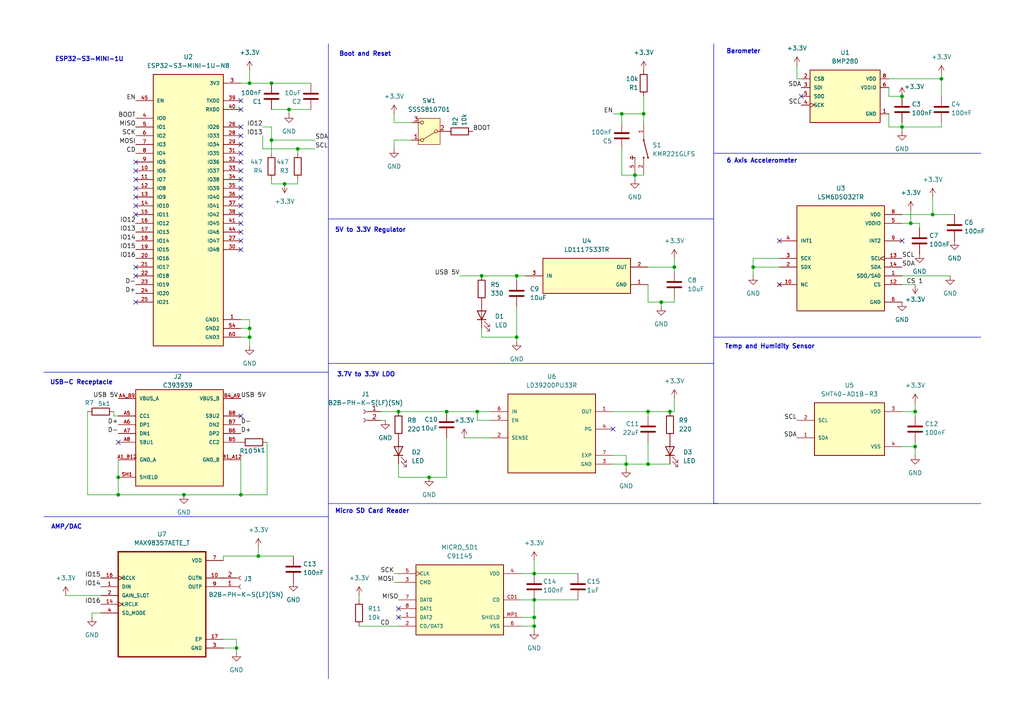
<source format=kicad_sch>
(kicad_sch (version 20250114) (generator "eeschema") (generator_version "9.0")
  (paper "A4")
  (lib_symbols
    (symbol "BMP280:BMP280" (pin_names (offset 1.016))
      (property "Reference" "U" (at -10.1796 7.6347 0))
      (property "Value" "BMP280" (at -10.1693 -10.1693 0))
      (symbol "BMP280_0_0"
        (pin input line (at -12.7 5.08 0) (length 2.54) (name "CSB") (number "2"))
        (pin bidirectional line (at -12.7 2.54 0) (length 2.54) (name "SDI") (number "3"))
        (pin bidirectional line (at -12.7 0 0) (length 2.54) (name "SDO") (number "5"))
        (pin input clock (at -12.7 -2.54 0) (length 2.54) (name "SCK") (number "4"))
        (pin power_in line (at 12.7 5.08 180) (length 2.54) (name "VDD") (number "8"))
        (pin power_in line (at 12.7 2.54 180) (length 2.54) (name "VDDIO") (number "6"))
        (pin power_in line (at 12.7 -5.08 180) (length 2.54) (name "GND") (number "1"))
        (pin power_in line (at 12.7 -5.08 180) (length 2.54) (hide yes) (name "GND") (number "7"))
      )
    )
    (symbol "Connector:Conn_01x02_Socket" (pin_names (offset 1.016) (hide yes))
      (property "Reference" "J" (at 0 2.54 0))
      (property "Value" "Conn_01x02_Socket" (at 0 -5.08 0))
      (symbol "Conn_01x02_Socket_1_1"
        (pin passive line (at -5.08 0 0) (length 3.81) (name "Pin_1") (number "1"))
        (pin passive line (at -5.08 -2.54 0) (length 3.81) (name "Pin_2") (number "2"))
      )
    )
    (symbol "Device:C" (pin_numbers (hide yes)) (pin_names (offset 0.254))
      (property "Reference" "C" (at 0.635 2.54 0))
      (property "Value" "C" (at 0.635 -2.54 0))
      (symbol "C_1_1"
        (pin passive line (at 0 3.81 270) (length 2.794) (name "~") (number "1"))
        (pin passive line (at 0 -3.81 90) (length 2.794) (name "~") (number "2"))
      )
    )
    (symbol "Device:LED" (pin_numbers (hide yes)) (pin_names (offset 1.016) (hide yes))
      (property "Reference" "D" (at 0 2.54 0))
      (property "Value" "LED" (at 0 -2.54 0))
      (symbol "LED_1_1"
        (pin passive line (at -3.81 0 0) (length 2.54) (name "K") (number "1"))
        (pin passive line (at 3.81 0 180) (length 2.54) (name "A") (number "2"))
      )
    )
    (symbol "Device:R" (pin_numbers (hide yes)) (pin_names (offset 0))
      (property "Reference" "R" (at 2.032 0 90))
      (property "Value" "R" (at 0 0 90))
      (symbol "R_1_1"
        (pin passive line (at 0 3.81 270) (length 1.27) (name "~") (number "1"))
        (pin passive line (at 0 -3.81 90) (length 1.27) (name "~") (number "2"))
      )
    )
    (symbol "ESP32-S3-MINI-1U-N8:ESP32-S3-MINI-1U-N8" (pin_names (offset 1.016))
      (property "Reference" "U" (at -10.16 38.862 0))
      (property "Value" "ESP32-S3-MINI-1U-N8" (at -10.16 -43.18 0))
      (symbol "ESP32-S3-MINI-1U-N8_0_0"
        (pin input line (at -15.24 30.48 0) (length 5.08) (name "EN") (number "45"))
        (pin bidirectional line (at -15.24 25.4 0) (length 5.08) (name "IO0") (number "4"))
        (pin bidirectional line (at -15.24 22.86 0) (length 5.08) (name "IO1") (number "5"))
        (pin bidirectional line (at -15.24 20.32 0) (length 5.08) (name "IO2") (number "6"))
        (pin bidirectional line (at -15.24 17.78 0) (length 5.08) (name "IO3") (number "7"))
        (pin bidirectional line (at -15.24 15.24 0) (length 5.08) (name "IO4") (number "8"))
        (pin bidirectional line (at -15.24 12.7 0) (length 5.08) (name "IO5") (number "9"))
        (pin bidirectional line (at -15.24 10.16 0) (length 5.08) (name "IO6") (number "10"))
        (pin bidirectional line (at -15.24 7.62 0) (length 5.08) (name "IO7") (number "11"))
        (pin bidirectional line (at -15.24 5.08 0) (length 5.08) (name "IO8") (number "12"))
        (pin bidirectional line (at -15.24 2.54 0) (length 5.08) (name "IO9") (number "13"))
        (pin bidirectional line (at -15.24 0 0) (length 5.08) (name "IO10") (number "14"))
        (pin bidirectional line (at -15.24 -2.54 0) (length 5.08) (name "IO11") (number "15"))
        (pin bidirectional line (at -15.24 -5.08 0) (length 5.08) (name "IO12") (number "16"))
        (pin bidirectional line (at -15.24 -7.62 0) (length 5.08) (name "IO13") (number "17"))
        (pin bidirectional line (at -15.24 -10.16 0) (length 5.08) (name "IO14") (number "18"))
        (pin bidirectional line (at -15.24 -12.7 0) (length 5.08) (name "IO15") (number "19"))
        (pin bidirectional line (at -15.24 -15.24 0) (length 5.08) (name "IO16") (number "20"))
        (pin bidirectional line (at -15.24 -17.78 0) (length 5.08) (name "IO17") (number "21"))
        (pin bidirectional line (at -15.24 -20.32 0) (length 5.08) (name "IO18") (number "22"))
        (pin bidirectional line (at -15.24 -22.86 0) (length 5.08) (name "IO19") (number "23"))
        (pin bidirectional line (at -15.24 -25.4 0) (length 5.08) (name "IO20") (number "24"))
        (pin bidirectional line (at -15.24 -27.94 0) (length 5.08) (name "IO21") (number "25"))
        (pin power_in line (at 15.24 35.56 180) (length 5.08) (name "3V3") (number "3"))
        (pin bidirectional line (at 15.24 30.48 180) (length 5.08) (name "TXD0") (number "39"))
        (pin bidirectional line (at 15.24 27.94 180) (length 5.08) (name "RXD0") (number "40"))
        (pin bidirectional line (at 15.24 22.86 180) (length 5.08) (name "IO26") (number "26"))
        (pin bidirectional line (at 15.24 20.32 180) (length 5.08) (name "IO33") (number "28"))
        (pin bidirectional line (at 15.24 17.78 180) (length 5.08) (name "IO34") (number "29"))
        (pin bidirectional line (at 15.24 15.24 180) (length 5.08) (name "IO35") (number "31"))
        (pin bidirectional line (at 15.24 12.7 180) (length 5.08) (name "IO36") (number "32"))
        (pin bidirectional line (at 15.24 10.16 180) (length 5.08) (name "IO37") (number "33"))
        (pin bidirectional line (at 15.24 7.62 180) (length 5.08) (name "IO38") (number "34"))
        (pin bidirectional line (at 15.24 5.08 180) (length 5.08) (name "IO39") (number "35"))
        (pin bidirectional line (at 15.24 2.54 180) (length 5.08) (name "IO40") (number "36"))
        (pin bidirectional line (at 15.24 0 180) (length 5.08) (name "IO41") (number "37"))
        (pin bidirectional line (at 15.24 -2.54 180) (length 5.08) (name "IO42") (number "38"))
        (pin bidirectional line (at 15.24 -5.08 180) (length 5.08) (name "IO45") (number "41"))
        (pin bidirectional line (at 15.24 -7.62 180) (length 5.08) (name "IO46") (number "44"))
        (pin bidirectional line (at 15.24 -10.16 180) (length 5.08) (name "IO47") (number "27"))
        (pin bidirectional line (at 15.24 -12.7 180) (length 5.08) (name "IO48") (number "30"))
        (pin power_in line (at 15.24 -33.02 180) (length 5.08) (name "GND1") (number "1"))
        (pin power_in line (at 15.24 -33.02 180) (length 5.08) (hide yes) (name "GND1") (number "2"))
        (pin power_in line (at 15.24 -33.02 180) (length 5.08) (hide yes) (name "GND1") (number "42"))
        (pin power_in line (at 15.24 -33.02 180) (length 5.08) (hide yes) (name "GND1") (number "43"))
        (pin power_in line (at 15.24 -33.02 180) (length 5.08) (hide yes) (name "GND1") (number "46"))
        (pin power_in line (at 15.24 -33.02 180) (length 5.08) (hide yes) (name "GND1") (number "47"))
        (pin power_in line (at 15.24 -33.02 180) (length 5.08) (hide yes) (name "GND1") (number "48"))
        (pin power_in line (at 15.24 -33.02 180) (length 5.08) (hide yes) (name "GND1") (number "49"))
        (pin power_in line (at 15.24 -33.02 180) (length 5.08) (hide yes) (name "GND1") (number "50"))
        (pin power_in line (at 15.24 -33.02 180) (length 5.08) (hide yes) (name "GND1") (number "51"))
        (pin power_in line (at 15.24 -33.02 180) (length 5.08) (hide yes) (name "GND1") (number "52"))
        (pin power_in line (at 15.24 -33.02 180) (length 5.08) (hide yes) (name "GND1") (number "53"))
        (pin power_in line (at 15.24 -35.56 180) (length 5.08) (name "GND2") (number "54"))
        (pin power_in line (at 15.24 -35.56 180) (length 5.08) (hide yes) (name "GND2") (number "55"))
        (pin power_in line (at 15.24 -35.56 180) (length 5.08) (hide yes) (name "GND2") (number "56"))
        (pin power_in line (at 15.24 -35.56 180) (length 5.08) (hide yes) (name "GND2") (number "57"))
        (pin power_in line (at 15.24 -35.56 180) (length 5.08) (hide yes) (name "GND2") (number "58"))
        (pin power_in line (at 15.24 -35.56 180) (length 5.08) (hide yes) (name "GND2") (number "59"))
        (pin power_in line (at 15.24 -35.56 180) (length 5.08) (hide yes) (name "GND2") (number "62"))
        (pin power_in line (at 15.24 -35.56 180) (length 5.08) (hide yes) (name "GND2") (number "63"))
        (pin power_in line (at 15.24 -35.56 180) (length 5.08) (hide yes) (name "GND2") (number "64"))
        (pin power_in line (at 15.24 -35.56 180) (length 5.08) (hide yes) (name "GND2") (number "65"))
        (pin power_in line (at 15.24 -38.1 180) (length 5.08) (name "GND3") (number "60"))
        (pin power_in line (at 15.24 -38.1 180) (length 5.08) (hide yes) (name "GND3") (number "61_1"))
        (pin power_in line (at 15.24 -38.1 180) (length 5.08) (hide yes) (name "GND3") (number "61_2"))
        (pin power_in line (at 15.24 -38.1 180) (length 5.08) (hide yes) (name "GND3") (number "61_3"))
        (pin power_in line (at 15.24 -38.1 180) (length 5.08) (hide yes) (name "GND3") (number "61_4"))
        (pin power_in line (at 15.24 -38.1 180) (length 5.08) (hide yes) (name "GND3") (number "61_5"))
        (pin power_in line (at 15.24 -38.1 180) (length 5.08) (hide yes) (name "GND3") (number "61_6"))
        (pin power_in line (at 15.24 -38.1 180) (length 5.08) (hide yes) (name "GND3") (number "61_7"))
        (pin power_in line (at 15.24 -38.1 180) (length 5.08) (hide yes) (name "GND3") (number "61_8"))
        (pin power_in line (at 15.24 -38.1 180) (length 5.08) (hide yes) (name "GND3") (number "61_9"))
      )
    )
    (symbol "KMR221GLFS:KMR221GLFS" (pin_names (offset 1.016))
      (property "Reference" "S" (at -2.5401 2.2861 0))
      (property "Value" "KMR221GLFS" (at -2.7973 -6.3576 0))
      (symbol "KMR221GLFS_0_0"
        (pin passive line (at -7.62 0 0) (length 5.08) (name "~") (number "1"))
        (pin passive line (at -7.62 0 0) (length 5.08) (hide yes) (name "~") (number "4"))
        (pin passive line (at 7.62 0 180) (length 5.08) (name "~") (number "2"))
        (pin passive line (at 7.62 0 180) (length 5.08) (hide yes) (name "~") (number "3"))
        (pin passive line (at 7.62 -2.54 180) (length 5.08) (name "~") (number "5"))
      )
    )
    (symbol "LD1117S33TR:LD1117S33TR" (pin_names (offset 1.016))
      (property "Reference" "U" (at -10.1695 7.6271 0))
      (property "Value" "LD1117S33TR" (at -12.7227 -7.6336 0))
      (symbol "LD1117S33TR_0_0"
        (pin input line (at -17.78 0 0) (length 5.08) (name "IN") (number "3"))
        (pin output line (at 17.78 2.54 180) (length 5.08) (name "OUT") (number "2"))
        (pin output line (at 17.78 2.54 180) (length 5.08) (hide yes) (name "OUT") (number "4"))
        (pin power_in line (at 17.78 -2.54 180) (length 5.08) (name "GND") (number "1"))
      )
    )
    (symbol "LD39200PU33R:LD39200PU33R" (pin_names (offset 1.016))
      (property "Reference" "U" (at -12.7 13.462 0))
      (property "Value" "LD39200PU33R" (at -12.7 -12.7 0))
      (symbol "LD39200PU33R_0_0"
        (pin input line (at -17.78 7.62 0) (length 5.08) (name "IN") (number "6"))
        (pin input line (at -17.78 5.08 0) (length 5.08) (name "EN") (number "5"))
        (pin input line (at -17.78 0 0) (length 5.08) (name "SENSE") (number "2"))
        (pin output line (at 17.78 7.62 180) (length 5.08) (name "OUT") (number "1"))
        (pin output line (at 17.78 2.54 180) (length 5.08) (name "PG") (number "4"))
        (pin power_in line (at 17.78 -5.08 180) (length 5.08) (name "EXP") (number "7"))
        (pin power_in line (at 17.78 -7.62 180) (length 5.08) (name "GND") (number "3"))
      )
    )
    (symbol "LSM6DSO32TR:LSM6DSO32TR" (pin_names (offset 1.016))
      (property "Reference" "U" (at -12.7 16.002 0))
      (property "Value" "LSM6DSO32TR" (at -12.7 -17.78 0))
      (symbol "LSM6DSO32TR_0_0"
        (pin input line (at -17.78 5.08 0) (length 5.08) (name "INT1") (number "4"))
        (pin passive line (at -17.78 0 0) (length 5.08) (name "SCX") (number "3"))
        (pin passive line (at -17.78 -2.54 0) (length 5.08) (name "SDX") (number "2"))
        (pin no_connect line (at -17.78 -7.62 0) (length 5.08) (name "NC") (number "10"))
        (pin no_connect line (at -17.78 -7.62 0) (length 5.08) (hide yes) (name "NC") (number "11"))
        (pin power_in line (at 17.78 12.7 180) (length 5.08) (name "VDD") (number "8"))
        (pin power_in line (at 17.78 10.16 180) (length 5.08) (name "VDDIO") (number "5"))
        (pin output line (at 17.78 5.08 180) (length 5.08) (name "INT2") (number "9"))
        (pin input clock (at 17.78 0 180) (length 5.08) (name "SCL") (number "13"))
        (pin bidirectional line (at 17.78 -2.54 180) (length 5.08) (name "SDA") (number "14"))
        (pin bidirectional line (at 17.78 -5.08 180) (length 5.08) (name "SDO/SA0") (number "1"))
        (pin input line (at 17.78 -7.62 180) (length 5.08) (name "CS") (number "12"))
        (pin power_in line (at 17.78 -12.7 180) (length 5.08) (name "GND") (number "6"))
        (pin power_in line (at 17.78 -12.7 180) (length 5.08) (hide yes) (name "GND") (number "7"))
      )
    )
    (symbol "MAX98357AETE_T:MAX98357AETE_T" (pin_names (offset 1.016))
      (property "Reference" "U" (at -12.7 16.24 0))
      (property "Value" "MAX98357AETE_T" (at -12.7 -19.24 0))
      (symbol "MAX98357AETE_T_0_0"
        (pin input clock (at -17.78 7.62 0) (length 5.08) (name "BCLK") (number "16"))
        (pin input line (at -17.78 5.08 0) (length 5.08) (name "DIN") (number "1"))
        (pin input line (at -17.78 2.54 0) (length 5.08) (name "GAIN_SLOT") (number "2"))
        (pin input clock (at -17.78 0 0) (length 5.08) (name "LRCLK") (number "14"))
        (pin input line (at -17.78 -2.54 0) (length 5.08) (name "SD_MODE") (number "4"))
        (pin power_in line (at 17.78 12.7 180) (length 5.08) (name "VDD") (number "7"))
        (pin power_in line (at 17.78 12.7 180) (length 5.08) (hide yes) (name "VDD") (number "8"))
        (pin output line (at 17.78 7.62 180) (length 5.08) (name "OUTN") (number "10"))
        (pin output line (at 17.78 5.08 180) (length 5.08) (name "OUTP") (number "9"))
        (pin power_in line (at 17.78 -10.16 180) (length 5.08) (name "EP") (number "17"))
        (pin power_in line (at 17.78 -12.7 180) (length 5.08) (hide yes) (name "GND") (number "11"))
        (pin power_in line (at 17.78 -12.7 180) (length 5.08) (hide yes) (name "GND") (number "15"))
        (pin power_in line (at 17.78 -12.7 180) (length 5.08) (name "GND") (number "3"))
      )
    )
    (symbol "SHT40-AD1B-R3:SHT40-AD1B-R3" (pin_names (offset 1.016))
      (property "Reference" "U" (at -10.16 8.89 0))
      (property "Value" "SHT40-AD1B-R3" (at -10.16 -10.16 0))
      (symbol "SHT40-AD1B-R3_0_0"
        (pin input line (at -15.24 2.54 0) (length 5.08) (name "SCL") (number "2"))
        (pin bidirectional line (at -15.24 -2.54 0) (length 5.08) (name "SDA") (number "1"))
        (pin power_in line (at 15.24 5.08 180) (length 5.08) (name "VDD") (number "3"))
        (pin power_in line (at 15.24 -5.08 180) (length 5.08) (name "VSS") (number "4"))
      )
    )
    (symbol "Switch:SW_SPDT" (pin_names (offset 0) (hide yes))
      (property "Reference" "SW" (at 0 5.08 0))
      (property "Value" "SW_SPDT" (at 0 -5.08 0))
      (symbol "SW_SPDT_1_1"
        (pin passive line (at -5.08 0 0) (length 2.54) (name "B") (number "2"))
        (pin passive line (at 5.08 2.54 180) (length 2.54) (name "A") (number "1"))
        (pin passive line (at 5.08 -2.54 180) (length 2.54) (name "C") (number "3"))
      )
    )
    (symbol "TF-01A:TF-01A" (pin_names (offset 1.016))
      (property "Reference" "MICRO_SD" (at -12.7 10.795 0))
      (property "Value" "TF-01A" (at -12.7 -12.7 0))
      (symbol "TF-01A_0_0"
        (pin bidirectional clock (at -17.78 7.62 0) (length 5.08) (name "CLK") (number "5"))
        (pin bidirectional line (at -17.78 5.08 0) (length 5.08) (name "CMD") (number "3"))
        (pin bidirectional line (at -17.78 0 0) (length 5.08) (name "DAT0") (number "7"))
        (pin bidirectional line (at -17.78 -2.54 0) (length 5.08) (name "DAT1") (number "8"))
        (pin bidirectional line (at -17.78 -5.08 0) (length 5.08) (name "DAT2") (number "1"))
        (pin bidirectional line (at -17.78 -7.62 0) (length 5.08) (name "CD/DAT3") (number "2"))
        (pin power_in line (at 17.78 7.62 180) (length 5.08) (name "VDD") (number "4"))
        (pin passive line (at 17.78 0 180) (length 5.08) (name "CD") (number "CD1"))
        (pin power_in line (at 17.78 -5.08 180) (length 5.08) (name "SHIELD") (number "MP1"))
        (pin power_in line (at 17.78 -5.08 180) (length 5.08) (hide yes) (name "SHIELD") (number "MP2"))
        (pin power_in line (at 17.78 -5.08 180) (length 5.08) (hide yes) (name "SHIELD") (number "MP3"))
        (pin power_in line (at 17.78 -5.08 180) (length 5.08) (hide yes) (name "SHIELD") (number "MP4"))
        (pin power_in line (at 17.78 -7.62 180) (length 5.08) (name "VSS") (number "6"))
      )
    )
    (symbol "TYPE-C_16PIN_2MD__073_:TYPE-C_16PIN_2MD__073_" (pin_names (offset 1.016))
      (property "Reference" "J" (at -12.7 13.462 0))
      (property "Value" "TYPE-C_16PIN_2MD__073_" (at -12.7 -16.002 0))
      (symbol "TYPE-C_16PIN_2MD__073__0_0"
        (pin power_in line (at -17.78 10.16 0) (length 5.08) (name "VBUS_A") (number "A4_B9"))
        (pin bidirectional line (at -17.78 5.08 0) (length 5.08) (name "CC1") (number "A5"))
        (pin bidirectional line (at -17.78 2.54 0) (length 5.08) (name "DP1") (number "A6"))
        (pin bidirectional line (at -17.78 0 0) (length 5.08) (name "DN1") (number "A7"))
        (pin bidirectional line (at -17.78 -2.54 0) (length 5.08) (name "SBU1") (number "A8"))
        (pin power_in line (at -17.78 -7.62 0) (length 5.08) (name "GND_A") (number "A1_B12"))
        (pin passive line (at -17.78 -12.7 0) (length 5.08) (name "SHIELD") (number "SH1"))
        (pin passive line (at -17.78 -12.7 0) (length 5.08) (hide yes) (name "SHIELD") (number "SH2"))
        (pin passive line (at -17.78 -12.7 0) (length 5.08) (hide yes) (name "SHIELD") (number "SH3"))
        (pin passive line (at -17.78 -12.7 0) (length 5.08) (hide yes) (name "SHIELD") (number "SH4"))
        (pin power_in line (at 17.78 10.16 180) (length 5.08) (name "VBUS_B") (number "B4_A9"))
        (pin bidirectional line (at 17.78 5.08 180) (length 5.08) (name "SBU2") (number "B8"))
        (pin bidirectional line (at 17.78 2.54 180) (length 5.08) (name "DN2") (number "B7"))
        (pin bidirectional line (at 17.78 0 180) (length 5.08) (name "DP2") (number "B6"))
        (pin bidirectional line (at 17.78 -2.54 180) (length 5.08) (name "CC2") (number "B5"))
        (pin power_in line (at 17.78 -7.62 180) (length 5.08) (name "GND_B") (number "B1_A12"))
      )
    )
    (symbol "power:+3.3V" (power) (pin_numbers (hide yes)) (pin_names (offset 0) (hide yes))
      (property "Value" "+3.3V" (at 0 3.556 0))
      (symbol "+3.3V_1_1"
        (pin power_in line (at 0 0 90) (length 0) (name "~") (number "1"))
      )
    )
    (symbol "power:GND" (power) (pin_numbers (hide yes)) (pin_names (offset 0) (hide yes))
      (property "Value" "GND" (at 0 -3.81 0))
      (symbol "GND_1_1"
        (pin power_in line (at 0 0 270) (length 0) (name "~") (number "1"))
      )
    )
  )
  (text "3.7V to 3.3V LDO" (at 106.172 108.712 0) (effects (font (size 1.27 1.27) (thickness 0.254) (bold yes))))
  (text "Temp and Humidity Sensor" (at 223.266 100.584 0) (effects (font (size 1.27 1.27) (thickness 0.254) (bold yes))))
  (text "6 Axis Accelerometer" (at 220.98 46.736 0) (effects (font (size 1.27 1.27) (thickness 0.254) (bold yes))))
  (text "Micro SD Card Reader" (at 107.95 148.336 0) (effects (font (size 1.27 1.27) (thickness 0.254) (bold yes))))
  (text "ESP32-S3-MINI-1U" (at 25.908 17.272 0) (effects (font (size 1.27 1.27) (thickness 0.254) (bold yes))))
  (text "5V to 3.3V Regulator" (at 107.442 66.802 0) (effects (font (size 1.27 1.27) (thickness 0.254) (bold yes))))
  (text "AMP/DAC" (at 19.304 152.908 0) (effects (font (size 1.27 1.27) (thickness 0.254) (bold yes))))
  (text "USB-C Receptacle" (at 23.622 110.998 0) (effects (font (size 1.27 1.27) (thickness 0.254) (bold yes))))
  (text "Barometer" (at 215.646 14.986 0) (effects (font (size 1.27 1.27) (thickness 0.254) (bold yes))))
  (text "Boot and Reset" (at 105.918 15.748 0) (effects (font (size 1.27 1.27) (thickness 0.254) (bold yes))))
  (junction (at 72.39 97.79))
  (junction (at 218.44 77.47))
  (junction (at 265.43 119.38))
  (junction (at 86.36 43.18))
  (junction (at 34.29 143.51))
  (junction (at 68.58 187.96))
  (junction (at 72.39 24.13))
  (junction (at 154.94 181.61))
  (junction (at 187.96 119.38))
  (junction (at 270.51 62.23))
  (junction (at 124.46 138.43))
  (junction (at 72.39 95.25))
  (junction (at 82.55 53.34))
  (junction (at 139.7 80.01))
  (junction (at 83.82 31.75))
  (junction (at 129.54 119.38))
  (junction (at 149.86 80.01))
  (junction (at 186.69 33.02))
  (junction (at 34.29 138.43))
  (junction (at 181.61 134.62))
  (junction (at 154.94 166.37))
  (junction (at 78.74 24.13))
  (junction (at 69.85 143.51))
  (junction (at 187.96 134.62))
  (junction (at 53.34 143.51))
  (junction (at 74.93 161.29))
  (junction (at 149.86 97.79))
  (junction (at 154.94 179.07))
  (junction (at 138.43 119.38))
  (junction (at 261.62 36.83))
  (junction (at 264.16 64.77))
  (junction (at 195.58 77.47))
  (junction (at 261.62 27.94))
  (junction (at 184.15 50.8))
  (junction (at 154.94 173.99))
  (junction (at 180.34 33.02))
  (junction (at 273.05 22.86))
  (junction (at 194.31 119.38))
  (junction (at 265.43 129.54))
  (junction (at 191.77 87.63))
  (junction (at 115.57 119.38))
  (junction (at 78.74 40.64))
  (no_connect (at 69.85 39.37))
  (no_connect (at 69.85 54.61))
  (no_connect (at 69.85 49.53))
  (no_connect (at 39.37 80.01))
  (no_connect (at 69.85 57.15))
  (no_connect (at 226.06 82.55))
  (no_connect (at 69.85 67.31))
  (no_connect (at 69.85 69.85))
  (no_connect (at 69.85 59.69))
  (no_connect (at 69.85 120.65))
  (no_connect (at 69.85 72.39))
  (no_connect (at 69.85 44.45))
  (no_connect (at 39.37 52.07))
  (no_connect (at 177.8 124.46))
  (no_connect (at 39.37 62.23))
  (no_connect (at 69.85 46.99))
  (no_connect (at 115.57 179.07))
  (no_connect (at 69.85 64.77))
  (no_connect (at 39.37 87.63))
  (no_connect (at 69.85 31.75))
  (no_connect (at 69.85 36.83))
  (no_connect (at 115.57 176.53))
  (no_connect (at 226.06 69.85))
  (no_connect (at 39.37 77.47))
  (no_connect (at 69.85 41.91))
  (no_connect (at 261.62 69.85))
  (no_connect (at 39.37 49.53))
  (no_connect (at 232.41 27.94))
  (no_connect (at 69.85 29.21))
  (no_connect (at 69.85 62.23))
  (no_connect (at 34.29 128.27))
  (no_connect (at 39.37 54.61))
  (no_connect (at 69.85 52.07))
  (no_connect (at 39.37 46.99))
  (no_connect (at 39.37 59.69))
  (no_connect (at 39.37 57.15))
  (wire (pts (xy 151.13 173.99) (xy 154.94 173.99)))
  (wire (pts (xy 177.8 134.62) (xy 181.61 134.62)))
  (wire (pts (xy 77.47 143.51) (xy 69.85 143.51)))
  (wire (pts (xy 104.14 181.61) (xy 115.57 181.61)))
  (wire (pts (xy 129.54 127) (xy 129.54 138.43)))
  (wire (pts (xy 139.7 95.25) (xy 139.7 97.79)))
  (wire (pts (xy 218.44 77.47) (xy 218.44 74.93)))
  (wire (pts (xy 82.55 53.34) (xy 86.36 53.34)))
  (wire (pts (xy 69.85 97.79) (xy 72.39 97.79)))
  (wire (pts (xy 91.44 40.64) (xy 78.74 40.64)))
  (polyline (pts (xy 12.7 107.95) (xy 95.25 107.95)))
  (wire (pts (xy 114.3 43.18) (xy 114.3 40.64)))
  (polyline (pts (xy 95.25 12.7) (xy 95.25 196.85)))
  (wire (pts (xy 138.43 121.92) (xy 138.43 119.38)))
  (wire (pts (xy 78.74 31.75) (xy 83.82 31.75)))
  (wire (pts (xy 195.58 74.93) (xy 195.58 77.47)))
  (wire (pts (xy 138.43 119.38) (xy 142.24 119.38)))
  (wire (pts (xy 139.7 97.79) (xy 149.86 97.79)))
  (wire (pts (xy 69.85 143.51) (xy 53.34 143.51)))
  (wire (pts (xy 231.14 22.86) (xy 232.41 22.86)))
  (wire (pts (xy 33.02 120.65) (xy 34.29 120.65)))
  (polyline (pts (xy 207.01 146.05) (xy 208.28 146.05)))
  (wire (pts (xy 64.77 161.29) (xy 74.93 161.29)))
  (wire (pts (xy 154.94 173.99) (xy 154.94 179.07)))
  (wire (pts (xy 181.61 134.62) (xy 181.61 135.89)))
  (wire (pts (xy 64.77 185.42) (xy 68.58 185.42)))
  (wire (pts (xy 78.74 52.07) (xy 78.74 53.34)))
  (polyline (pts (xy 12.7 149.86) (xy 95.25 149.86)))
  (wire (pts (xy 114.3 33.02) (xy 114.3 35.56)))
  (wire (pts (xy 187.96 120.65) (xy 187.96 119.38)))
  (wire (pts (xy 78.74 53.34) (xy 82.55 53.34)))
  (polyline (pts (xy 95.25 146.05) (xy 284.48 146.05)))
  (wire (pts (xy 218.44 74.93) (xy 226.06 74.93)))
  (wire (pts (xy 180.34 43.18) (xy 180.34 50.8)))
  (wire (pts (xy 184.15 50.8) (xy 186.69 50.8)))
  (wire (pts (xy 191.77 87.63) (xy 187.96 87.63)))
  (wire (pts (xy 265.43 129.54) (xy 261.62 129.54)))
  (wire (pts (xy 181.61 134.62) (xy 187.96 134.62)))
  (wire (pts (xy 115.57 138.43) (xy 124.46 138.43)))
  (wire (pts (xy 187.96 119.38) (xy 194.31 119.38)))
  (wire (pts (xy 142.24 121.92) (xy 138.43 121.92)))
  (wire (pts (xy 104.14 172.72) (xy 104.14 173.99)))
  (wire (pts (xy 187.96 128.27) (xy 187.96 134.62)))
  (wire (pts (xy 78.74 36.83) (xy 78.74 40.64)))
  (wire (pts (xy 64.77 162.56) (xy 64.77 161.29)))
  (wire (pts (xy 177.8 33.02) (xy 180.34 33.02)))
  (wire (pts (xy 26.67 179.07) (xy 26.67 177.8)))
  (wire (pts (xy 114.3 40.64) (xy 119.38 40.64)))
  (polyline (pts (xy 207.01 62.23) (xy 207.01 63.5)))
  (wire (pts (xy 273.05 36.83) (xy 261.62 36.83)))
  (wire (pts (xy 25.4 119.38) (xy 25.4 143.51)))
  (wire (pts (xy 186.69 35.56) (xy 186.69 33.02)))
  (wire (pts (xy 77.47 128.27) (xy 77.47 143.51)))
  (wire (pts (xy 86.36 44.45) (xy 86.36 43.18)))
  (wire (pts (xy 72.39 20.32) (xy 72.39 24.13)))
  (wire (pts (xy 270.51 57.15) (xy 270.51 62.23)))
  (wire (pts (xy 114.3 35.56) (xy 119.38 35.56)))
  (wire (pts (xy 74.93 158.75) (xy 74.93 161.29)))
  (wire (pts (xy 72.39 97.79) (xy 72.39 100.33)))
  (wire (pts (xy 195.58 86.36) (xy 195.58 87.63)))
  (wire (pts (xy 195.58 78.74) (xy 195.58 77.47)))
  (wire (pts (xy 69.85 133.35) (xy 69.85 143.51)))
  (wire (pts (xy 195.58 77.47) (xy 187.96 77.47)))
  (wire (pts (xy 257.81 22.86) (xy 273.05 22.86)))
  (wire (pts (xy 257.81 36.83) (xy 261.62 36.83)))
  (wire (pts (xy 187.96 134.62) (xy 194.31 134.62)))
  (wire (pts (xy 154.94 162.56) (xy 154.94 166.37)))
  (wire (pts (xy 257.81 33.02) (xy 257.81 36.83)))
  (wire (pts (xy 149.86 88.9) (xy 149.86 97.79)))
  (wire (pts (xy 151.13 166.37) (xy 154.94 166.37)))
  (wire (pts (xy 187.96 119.38) (xy 177.8 119.38)))
  (wire (pts (xy 68.58 187.96) (xy 68.58 189.23)))
  (wire (pts (xy 231.14 19.05) (xy 231.14 22.86)))
  (wire (pts (xy 184.15 50.8) (xy 184.15 52.07)))
  (wire (pts (xy 19.05 172.72) (xy 29.21 172.72)))
  (wire (pts (xy 177.8 132.08) (xy 181.61 132.08)))
  (wire (pts (xy 257.81 25.4) (xy 257.81 27.94)))
  (wire (pts (xy 72.39 95.25) (xy 72.39 97.79)))
  (wire (pts (xy 134.62 127) (xy 142.24 127)))
  (wire (pts (xy 273.05 27.94) (xy 273.05 22.86)))
  (wire (pts (xy 86.36 43.18) (xy 76.2 43.18)))
  (wire (pts (xy 26.67 177.8) (xy 29.21 177.8)))
  (wire (pts (xy 91.44 43.18) (xy 86.36 43.18)))
  (wire (pts (xy 115.57 166.37) (xy 114.3 166.37)))
  (wire (pts (xy 191.77 87.63) (xy 191.77 88.9)))
  (wire (pts (xy 261.62 82.55) (xy 265.43 82.55)))
  (wire (pts (xy 115.57 119.38) (xy 129.54 119.38)))
  (wire (pts (xy 181.61 132.08) (xy 181.61 134.62)))
  (wire (pts (xy 78.74 24.13) (xy 90.17 24.13)))
  (polyline (pts (xy 207.01 97.79) (xy 284.48 97.79)))
  (wire (pts (xy 64.77 187.96) (xy 68.58 187.96)))
  (wire (pts (xy 149.86 81.28) (xy 149.86 80.01)))
  (wire (pts (xy 266.7 64.77) (xy 266.7 66.04)))
  (wire (pts (xy 261.62 35.56) (xy 261.62 36.83)))
  (wire (pts (xy 154.94 179.07) (xy 154.94 181.61)))
  (wire (pts (xy 195.58 119.38) (xy 194.31 119.38)))
  (wire (pts (xy 154.94 173.99) (xy 167.64 173.99)))
  (polyline (pts (xy 95.25 105.41) (xy 207.01 105.41)))
  (wire (pts (xy 261.62 38.1) (xy 261.62 36.83)))
  (wire (pts (xy 261.62 62.23) (xy 270.51 62.23)))
  (wire (pts (xy 68.58 185.42) (xy 68.58 187.96)))
  (wire (pts (xy 34.29 138.43) (xy 34.29 143.51)))
  (wire (pts (xy 195.58 87.63) (xy 191.77 87.63)))
  (wire (pts (xy 133.35 80.01) (xy 139.7 80.01)))
  (wire (pts (xy 74.93 161.29) (xy 85.09 161.29)))
  (wire (pts (xy 180.34 33.02) (xy 186.69 33.02)))
  (wire (pts (xy 115.57 134.62) (xy 115.57 138.43)))
  (wire (pts (xy 180.34 50.8) (xy 184.15 50.8)))
  (wire (pts (xy 264.16 64.77) (xy 266.7 64.77)))
  (wire (pts (xy 151.13 181.61) (xy 154.94 181.61)))
  (wire (pts (xy 195.58 115.57) (xy 195.58 119.38)))
  (wire (pts (xy 265.43 120.65) (xy 265.43 119.38)))
  (wire (pts (xy 154.94 181.61) (xy 154.94 182.88)))
  (wire (pts (xy 257.81 27.94) (xy 261.62 27.94)))
  (wire (pts (xy 69.85 92.71) (xy 72.39 92.71)))
  (wire (pts (xy 33.02 119.38) (xy 33.02 120.65)))
  (wire (pts (xy 218.44 80.01) (xy 218.44 77.47)))
  (wire (pts (xy 83.82 31.75) (xy 90.17 31.75)))
  (wire (pts (xy 265.43 116.84) (xy 265.43 119.38)))
  (wire (pts (xy 264.16 60.96) (xy 264.16 64.77)))
  (polyline (pts (xy 207.01 44.45) (xy 284.48 44.45)))
  (wire (pts (xy 25.4 143.51) (xy 34.29 143.51)))
  (wire (pts (xy 180.34 33.02) (xy 180.34 35.56)))
  (wire (pts (xy 273.05 22.86) (xy 273.05 21.59)))
  (wire (pts (xy 218.44 77.47) (xy 226.06 77.47)))
  (wire (pts (xy 76.2 43.18) (xy 76.2 39.37)))
  (wire (pts (xy 149.86 80.01) (xy 152.4 80.01)))
  (wire (pts (xy 139.7 80.01) (xy 149.86 80.01)))
  (polyline (pts (xy 207.01 12.7) (xy 207.01 146.05)))
  (wire (pts (xy 261.62 80.01) (xy 275.59 80.01)))
  (wire (pts (xy 265.43 128.27) (xy 265.43 129.54)))
  (wire (pts (xy 261.62 64.77) (xy 264.16 64.77)))
  (wire (pts (xy 129.54 119.38) (xy 138.43 119.38)))
  (wire (pts (xy 149.86 97.79) (xy 149.86 99.06)))
  (wire (pts (xy 34.29 143.51) (xy 53.34 143.51)))
  (wire (pts (xy 83.82 31.75) (xy 83.82 33.02)))
  (wire (pts (xy 110.49 121.92) (xy 111.76 121.92)))
  (wire (pts (xy 270.51 62.23) (xy 276.86 62.23)))
  (polyline (pts (xy 207.01 63.5) (xy 95.25 63.5)))
  (wire (pts (xy 265.43 119.38) (xy 261.62 119.38)))
  (wire (pts (xy 273.05 35.56) (xy 273.05 36.83)))
  (wire (pts (xy 154.94 166.37) (xy 167.64 166.37)))
  (wire (pts (xy 72.39 24.13) (xy 78.74 24.13)))
  (wire (pts (xy 265.43 129.54) (xy 265.43 132.08)))
  (wire (pts (xy 34.29 133.35) (xy 34.29 138.43)))
  (wire (pts (xy 187.96 87.63) (xy 187.96 82.55)))
  (wire (pts (xy 78.74 44.45) (xy 78.74 40.64)))
  (wire (pts (xy 72.39 92.71) (xy 72.39 95.25)))
  (wire (pts (xy 186.69 33.02) (xy 186.69 27.94)))
  (wire (pts (xy 69.85 95.25) (xy 72.39 95.25)))
  (wire (pts (xy 86.36 53.34) (xy 86.36 52.07)))
  (wire (pts (xy 115.57 168.91) (xy 114.3 168.91)))
  (wire (pts (xy 151.13 179.07) (xy 154.94 179.07)))
  (wire (pts (xy 110.49 119.38) (xy 115.57 119.38)))
  (wire (pts (xy 129.54 138.43) (xy 124.46 138.43)))
  (wire (pts (xy 76.2 36.83) (xy 78.74 36.83)))
  (wire (pts (xy 72.39 24.13) (xy 69.85 24.13)))
  (label "IO15" (at 29.21 167.64 180))
  (label "IO12" (at 39.37 64.77 180))
  (label "CD" (at 113.03 181.61 180))
  (label "D+" (at 34.29 123.19 180))
  (label "D-" (at 69.85 123.19 0))
  (label "IO14" (at 39.37 69.85 180))
  (label "IO13" (at 76.2 39.37 180))
  (label "CS 1" (at 262.89 82.55 0))
  (label "D+" (at 39.37 85.09 180))
  (label "BOOT" (at 137.16 38.1 0))
  (label "CD" (at 39.37 44.45 180))
  (label "MOSI" (at 114.3 168.91 180))
  (label "MOSI" (at 39.37 41.91 180))
  (label "SCL" (at 231.14 121.92 180))
  (label "USB 5V" (at 69.85 115.57 0) (effects (font (thickness 0.1588))))
  (label "SDA" (at 231.14 127 180))
  (label "SCK" (at 114.3 166.37 180))
  (label "USB 5V" (at 34.29 115.57 180) (effects (font (thickness 0.1588))))
  (label "SDA" (at 91.44 40.64 0))
  (label "SCL" (at 91.44 43.18 0))
  (label "USB 5V" (at 133.35 80.01 180))
  (label "MISO" (at 39.37 36.83 180))
  (label "SDA" (at 261.62 77.47 0))
  (label "SCK" (at 39.37 39.37 180))
  (label "EN" (at 177.8 33.02 180))
  (label "SCL" (at 232.41 30.48 180))
  (label "IO12" (at 76.2 36.83 180))
  (label "D-" (at 39.37 82.55 180))
  (label "MISO" (at 115.57 173.99 180))
  (label "SCL" (at 261.62 74.93 0))
  (label "IO14" (at 29.21 170.18 180))
  (label "D-" (at 34.29 125.73 180))
  (label "IO16" (at 29.21 175.26 180))
  (label "EN" (at 39.37 29.21 180))
  (label "D+" (at 69.85 125.73 0))
  (label "BOOT" (at 39.37 34.29 180))
  (label "IO15" (at 39.37 72.39 180))
  (label "IO16" (at 39.37 74.93 180))
  (label "IO13" (at 39.37 67.31 180))
  (label "SDA" (at 232.41 25.4 180))
  (symbol (lib_id "power:GND") (at 218.44 80.01 0) (unit 1)
    (property "Reference" "#PWR016" (effects (hide yes)))
    (property "Value" "GND" (at 218.44 85.09 0))
    (property "Description" "Power symbol creates a global label with name \"GND\" , ground" (effects (hide yes)))
  )
  (symbol (lib_id "Device:LED") (at 139.7 91.44 90) (unit 1)
    (property "Reference" "D1" (at 143.51 91.7574 90) (effects (justify right)))
    (property "Value" "LED" (at 143.51 94.2974 90) (effects (justify right)))
    (property "Footprint" "LED_SMD:LED_0805_2012Metric" (effects (hide yes)))
    (property "Description" "Light emitting diode" (effects (hide yes)))
    (property "Sim.Pins" "1=K 2=A" (effects (hide yes)))
  )
  (symbol (lib_id "power:GND") (at 266.7 73.66 0) (unit 1)
    (property "Reference" "#PWR014" (effects (hide yes)))
    (property "Value" "GND" (at 266.7 78.74 0))
    (property "Description" "Power symbol creates a global label with name \"GND\" , ground" (effects (hide yes)))
  )
  (symbol (lib_id "KMR221GLFS:KMR221GLFS") (at 186.69 43.18 270) (unit 1)
    (property "Reference" "S1" (at 189.23 42.1004 90) (effects (justify left)))
    (property "Value" "KMR221GLFS" (at 189.23 44.6404 90) (effects (justify left)))
    (property "Footprint" "2FOOTPRINTS:SW_KMR221GLFS" (effects (hide yes)))
    (property "MF" "C&K" (effects (hide yes)))
    (property "Description_1" "Tactile Switch SPST-NO Top Actuated Surface Mount" (effects (hide yes)))
    (property "Package" "None" (effects (hide yes)))
    (property "Price" "None" (effects (hide yes)))
    (property "Check_prices" "https://www.snapeda.com/parts/KMR221GLFS/C%2526K/view-part/?ref=eda" (effects (hide yes)))
    (property "SnapEDA_Link" "https://www.snapeda.com/parts/KMR221GLFS/C%2526K/view-part/?ref=snap" (effects (hide yes)))
    (property "MP" "KMR221GLFS" (effects (hide yes)))
    (property "Availability" "In Stock" (effects (hide yes)))
    (property "MANUFACTURER" "CnK" (effects (hide yes)))
  )
  (symbol (lib_id "LD39200PU33R:LD39200PU33R") (at 160.02 127 0) (unit 1)
    (property "Reference" "U6" (at 160.02 109.22 0))
    (property "Value" "LD39200PU33R" (at 160.02 111.76 0))
    (property "Footprint" "2FOOTPRINTS:SON95P300X300X100-7N" (effects (hide yes)))
    (property "B_NOM" "0.34" (effects (hide yes)))
    (property "A_MAX" "1.0" (effects (hide yes)))
    (property "Check_prices" "https://www.snapeda.com/parts/LD39200PU33R/STMicroelectronics/view-part/?ref=eda" (effects (hide yes)))
    (property "B_MAX" "0.45" (effects (hide yes)))
    (property "Description_1" "Linear Voltage Regulator IC Positive Fixed 1 Output  2A 6-DFN (3x3)" (effects (hide yes)))
    (property "Price" "None" (effects (hide yes)))
    (property "ENOM" "0.95" (effects (hide yes)))
    (property "D_NOM" "3.0" (effects (hide yes)))
    (property "Purchase-URL" "https://www.snapeda.com/api/url_track_click_mouser/?unipart_id=482679&manufacturer=STMicroelectronics&part_name=LD39200PU33R&search_term=ld39200pu33r" (effects (hide yes)))
    (property "D_MAX" "3.1" (effects (hide yes)))
    (property "L_MAX" "0.5" (effects (hide yes)))
    (property "Package" "DFN-6 STMicroelectronics" (effects (hide yes)))
    (property "E2_NOM" "1.625" (effects (hide yes)))
    (property "STANDARD" "IPC 7351B" (effects (hide yes)))
    (property "PARTREV" "3" (effects (hide yes)))
    (property "SnapEDA_Link" "https://www.snapeda.com/parts/LD39200PU33R/STMicroelectronics/view-part/?ref=snap" (effects (hide yes)))
    (property "E_NOM" "3.0" (effects (hide yes)))
    (property "B_MIN" "0.23" (effects (hide yes)))
    (property "D2_NOM" "2.365" (effects (hide yes)))
    (property "PIN_COUNT" "6.0" (effects (hide yes)))
    (property "L_NOM" "0.4" (effects (hide yes)))
    (property "MANUFACTURER" "ST Microelectronics" (effects (hide yes)))
    (property "MF" "STMicroelectronics" (effects (hide yes)))
    (property "MAXIMUM_PACKAGE_HEIGHT" "1.0mm" (effects (hide yes)))
    (property "E_MIN" "2.9" (effects (hide yes)))
    (property "D_MIN" "2.9" (effects (hide yes)))
    (property "MP" "LD39200PU33R" (effects (hide yes)))
    (property "L_MIN" "0.3" (effects (hide yes)))
    (property "Availability" "In Stock" (effects (hide yes)))
    (property "E_MAX" "3.1" (effects (hide yes)))
  )
  (symbol (lib_id "Device:C") (at 187.96 124.46 0) (mirror x) (unit 1)
    (property "Reference" "C11" (at 185.42 122.936 0) (effects (justify right)))
    (property "Value" "22uF" (at 185.42 125.476 0) (effects (justify right)))
    (property "Footprint" "Capacitor_SMD:C_0805_2012Metric" (effects (hide yes)))
    (property "Description" "Unpolarized capacitor" (effects (hide yes)))
  )
  (symbol (lib_id "power:GND") (at 85.09 168.91 0) (unit 1)
    (property "Reference" "#PWR033" (effects (hide yes)))
    (property "Value" "GND" (at 85.09 173.99 0))
    (property "Description" "Power symbol creates a global label with name \"GND\" , ground" (effects (hide yes)))
  )
  (symbol (lib_id "power:GND") (at 181.61 135.89 0) (unit 1)
    (property "Reference" "#PWR028" (effects (hide yes)))
    (property "Value" "GND" (at 181.61 140.97 0))
    (property "Description" "Power symbol creates a global label with name \"GND\" , ground" (effects (hide yes)))
  )
  (symbol (lib_id "Device:R") (at 29.21 119.38 90) (unit 1)
    (property "Reference" "R7" (at 25.908 116.84 90))
    (property "Value" "5k1" (at 30.226 117.094 90))
    (property "Footprint" "Resistor_SMD:R_0402_1005Metric" (effects (hide yes)))
    (property "Description" "Resistor" (effects (hide yes)))
  )
  (symbol (lib_id "power:GND") (at 124.46 138.43 0) (unit 1)
    (property "Reference" "#PWR029" (effects (hide yes)))
    (property "Value" "GND" (at 124.46 143.51 0))
    (property "Description" "Power symbol creates a global label with name \"GND\" , ground" (effects (hide yes)))
  )
  (symbol (lib_id "Device:C") (at 129.54 123.19 0) (mirror x) (unit 1)
    (property "Reference" "C10" (at 127 121.666 0) (effects (justify right)))
    (property "Value" "10uF" (at 127 124.206 0) (effects (justify right)))
    (property "Footprint" "Capacitor_SMD:C_0603_1608Metric" (effects (hide yes)))
    (property "Description" "Unpolarized capacitor" (effects (hide yes)))
  )
  (symbol (lib_id "Device:C") (at 154.94 170.18 180) (unit 1)
    (property "Reference" "C14" (at 157.48 168.656 0) (effects (justify right)))
    (property "Value" "100nF" (at 157.48 171.196 0) (effects (justify right)))
    (property "Footprint" "Capacitor_SMD:C_0402_1005Metric" (effects (hide yes)))
    (property "Description" "Unpolarized capacitor" (effects (hide yes)))
  )
  (symbol (lib_id "power:GND") (at 191.77 88.9 0) (unit 1)
    (property "Reference" "#PWR019" (effects (hide yes)))
    (property "Value" "GND" (at 191.77 93.98 0))
    (property "Description" "Power symbol creates a global label with name \"GND\" , ground" (effects (hide yes)))
  )
  (symbol (lib_id "power:GND") (at 275.59 80.01 0) (unit 1)
    (property "Reference" "#PWR017" (effects (hide yes)))
    (property "Value" "GND" (at 275.59 85.09 0))
    (property "Description" "Power symbol creates a global label with name \"GND\" , ground" (effects (hide yes)))
  )
  (symbol (lib_id "power:+3.3V") (at 72.39 20.32 0) (unit 1)
    (property "Reference" "#PWR01" (effects (hide yes)))
    (property "Value" "+3.3V" (at 72.39 15.24 0))
    (property "Description" "Power symbol creates a global label with name \"+3.3V\"" (effects (hide yes)))
  )
  (symbol (lib_id "Device:C") (at 276.86 66.04 0) (unit 1)
    (property "Reference" "C6" (at 279.654 64.516 0) (effects (justify left)))
    (property "Value" "100nF" (at 279.654 67.056 0) (effects (justify left)))
    (property "Footprint" "Capacitor_SMD:C_0402_1005Metric" (effects (hide yes)))
    (property "Description" "Unpolarized capacitor" (effects (hide yes)))
  )
  (symbol (lib_id "Device:C") (at 167.64 170.18 180) (unit 1)
    (property "Reference" "C15" (at 170.18 168.656 0) (effects (justify right)))
    (property "Value" "1uF" (at 170.18 171.196 0) (effects (justify right)))
    (property "Footprint" "Capacitor_SMD:C_0402_1005Metric" (effects (hide yes)))
    (property "Description" "Unpolarized capacitor" (effects (hide yes)))
  )
  (symbol (lib_id "LD1117S33TR:LD1117S33TR") (at 170.18 80.01 0) (unit 1)
    (property "Reference" "U4" (at 170.18 69.85 0))
    (property "Value" "LD1117S33TR" (at 170.18 72.39 0))
    (property "Footprint" "2FOOTPRINTS:SOT230P700X180-4N" (effects (hide yes)))
    (property "MF" "STMicroelectronics" (effects (hide yes)))
    (property "Description_1" "Linear Voltage Regulator IC Positive Fixed 1 Output  800mA SOT-223" (effects (hide yes)))
    (property "Package" "TO-261-4 STMicroelectronics" (effects (hide yes)))
    (property "Price" "None" (effects (hide yes)))
    (property "Check_prices" "https://www.snapeda.com/parts/LD1117S33TR/STMicroelectronics/view-part/?ref=eda" (effects (hide yes)))
    (property "SnapEDA_Link" "https://www.snapeda.com/parts/LD1117S33TR/STMicroelectronics/view-part/?ref=snap" (effects (hide yes)))
    (property "MP" "LD1117S33TR" (effects (hide yes)))
    (property "Purchase-URL" "https://www.snapeda.com/api/url_track_click_mouser/?unipart_id=46020&manufacturer=STMicroelectronics&part_name=LD1117S33TR&search_term=ld1117s33tr" (effects (hide yes)))
    (property "Availability" "In Stock" (effects (hide yes)))
    (property "MANUFACTURER" "ST Microelectronics" (effects (hide yes)))
  )
  (symbol (lib_id "power:+3.3V") (at 186.69 20.32 0) (unit 1)
    (property "Reference" "#PWR02" (effects (hide yes)))
    (property "Value" "+3.3V" (at 186.69 15.24 0))
    (property "Description" "Power symbol creates a global label with name \"+3.3V\"" (effects (hide yes)))
  )
  (symbol (lib_id "Device:C") (at 265.43 124.46 0) (unit 1)
    (property "Reference" "C12" (at 268.224 122.936 0) (effects (justify left)))
    (property "Value" "100nF" (at 268.224 125.476 0) (effects (justify left)))
    (property "Footprint" "Capacitor_SMD:C_0402_1005Metric" (effects (hide yes)))
    (property "Description" "Unpolarized capacitor" (effects (hide yes)))
  )
  (symbol (lib_id "power:GND") (at 276.86 69.85 0) (unit 1)
    (property "Reference" "#PWR013" (effects (hide yes)))
    (property "Value" "GND" (at 276.86 74.93 0))
    (property "Description" "Power symbol creates a global label with name \"GND\" , ground" (effects (hide yes)))
  )
  (symbol (lib_id "power:+3.3V") (at 195.58 74.93 0) (unit 1)
    (property "Reference" "#PWR015" (effects (hide yes)))
    (property "Value" "+3.3V" (at 195.58 69.85 0))
    (property "Description" "Power symbol creates a global label with name \"+3.3V\"" (effects (hide yes)))
  )
  (symbol (lib_id "power:+3.3V") (at 74.93 158.75 0) (unit 1)
    (property "Reference" "#PWR031" (effects (hide yes)))
    (property "Value" "+3.3V" (at 74.93 153.67 0))
    (property "Description" "Power symbol creates a global label with name \"+3.3V\"" (effects (hide yes)))
  )
  (symbol (lib_id "power:+3.3V") (at 195.58 115.57 0) (unit 1)
    (property "Reference" "#PWR023" (effects (hide yes)))
    (property "Value" "+3.3V" (at 195.58 110.49 0))
    (property "Description" "Power symbol creates a global label with name \"+3.3V\"" (effects (hide yes)))
  )
  (symbol (lib_id "Device:C") (at 180.34 39.37 180) (unit 1)
    (property "Reference" "C5" (at 177.546 40.894 0) (effects (justify left)))
    (property "Value" "100nF" (at 177.546 38.354 0) (effects (justify left)))
    (property "Footprint" "Capacitor_SMD:C_0402_1005Metric" (effects (hide yes)))
    (property "Description" "Unpolarized capacitor" (effects (hide yes)))
  )
  (symbol (lib_id "power:+3.3V") (at 114.3 33.02 0) (unit 1)
    (property "Reference" "#PWR06" (effects (hide yes)))
    (property "Value" "+3.3V" (at 114.3 27.94 0))
    (property "Description" "Power symbol creates a global label with name \"+3.3V\"" (effects (hide yes)))
  )
  (symbol (lib_id "MAX98357AETE_T:MAX98357AETE_T") (at 46.99 175.26 0) (unit 1)
    (property "Reference" "U7" (at 46.99 154.94 0))
    (property "Value" "MAX98357AETE_T" (at 46.99 157.48 0))
    (property "Footprint" "2FOOTPRINTS:QFN50P300X300X80-17N" (effects (hide yes)))
    (property "MF" "Analog Devices" (effects (hide yes)))
    (property "Description_1" "Tiny, Low-Cost, PCM Class D Amplifier with Class AB Performance" (effects (hide yes)))
    (property "Package" "TQFN-16 Maxim" (effects (hide yes)))
    (property "Price" "None" (effects (hide yes)))
    (property "SnapEDA_Link" "https://www.snapeda.com/parts/MAX98357AETE+T/Analog+Devices/view-part/?ref=snap" (effects (hide yes)))
    (property "MP" "MAX98357AETE+T" (effects (hide yes)))
    (property "Purchase-URL" "https://www.snapeda.com/api/url_track_click_mouser/?unipart_id=48842&manufacturer=Analog Devices&part_name=MAX98357AETE+T&search_term=max98357aete+t" (effects (hide yes)))
    (property "Availability" "In Stock" (effects (hide yes)))
    (property "Check_prices" "https://www.snapeda.com/parts/MAX98357AETE+T/Analog+Devices/view-part/?ref=eda" (effects (hide yes)))
  )
  (symbol (lib_id "Device:C") (at 78.74 27.94 180) (unit 1)
    (property "Reference" "C1" (at 75.946 29.464 0) (effects (justify left)))
    (property "Value" "100nF" (at 75.946 26.924 0) (effects (justify left)))
    (property "Footprint" "Capacitor_SMD:C_0402_1005Metric" (effects (hide yes)))
    (property "Description" "Unpolarized capacitor" (effects (hide yes)))
  )
  (symbol (lib_id "power:GND") (at 111.76 121.92 0) (unit 1)
    (property "Reference" "#PWR025" (effects (hide yes)))
    (property "Value" "GND" (at 111.76 127 0))
    (property "Description" "Power symbol creates a global label with name \"GND\" , ground" (effects (hide yes)))
  )
  (symbol (lib_id "BMP280:BMP280") (at 245.11 27.94 0) (unit 1)
    (property "Reference" "U1" (at 245.11 15.24 0))
    (property "Value" "BMP280" (at 245.11 17.78 0))
    (property "Footprint" "2FOOTPRINTS:XDCR_BMP280" (effects (hide yes)))
    (property "MF" "Bosch" (effects (hide yes)))
    (property "Description_1" "Pressure Sensor 4.35PSI ~ 15.95PSI (30kPa ~ 110kPa) Absolute - 16b 8-SMD" (effects (hide yes)))
    (property "Package" "SMD-8 Bosch Sensortec" (effects (hide yes)))
    (property "Price" "None" (effects (hide yes)))
    (property "Check_prices" "https://www.snapeda.com/parts/BMP280/Bosch/view-part/?ref=eda" (effects (hide yes)))
    (property "PART_REV" "1.19" (effects (hide yes)))
    (property "STANDARD" "MANUFACTURER RECOMMENDATIONS" (effects (hide yes)))
    (property "SnapEDA_Link" "https://www.snapeda.com/parts/BMP280/Bosch/view-part/?ref=snap" (effects (hide yes)))
    (property "MP" "BMP280" (effects (hide yes)))
    (property "Purchase-URL" "https://www.snapeda.com/api/url_track_click_mouser/?unipart_id=1186631&manufacturer=Bosch&part_name=BMP280&search_term=None" (effects (hide yes)))
    (property "Availability" "In Stock" (effects (hide yes)))
    (property "MANUFACTURER" "Bosch" (effects (hide yes)))
  )
  (symbol (lib_id "Device:R") (at 139.7 83.82 0) (unit 1)
    (property "Reference" "R5" (at 142.24 82.5499 0) (effects (justify left)))
    (property "Value" "330" (at 142.24 85.0899 0) (effects (justify left)))
    (property "Footprint" "Resistor_SMD:R_0603_1608Metric" (effects (hide yes)))
    (property "Description" "Resistor" (effects (hide yes)))
  )
  (symbol (lib_id "Device:R") (at 86.36 48.26 180) (unit 1)
    (property "Reference" "R3" (at 83.82 49.5301 0) (effects (justify left)))
    (property "Value" "4k7" (at 83.82 46.9901 0) (effects (justify left)))
    (property "Footprint" "Resistor_SMD:R_0402_1005Metric" (effects (hide yes)))
    (property "Description" "Resistor" (effects (hide yes)))
  )
  (symbol (lib_id "Device:R") (at 115.57 123.19 0) (unit 1)
    (property "Reference" "R8" (at 118.11 121.9199 0) (effects (justify left)))
    (property "Value" "220" (at 118.11 124.4599 0) (effects (justify left)))
    (property "Footprint" "Resistor_SMD:R_0603_1608Metric" (effects (hide yes)))
    (property "Description" "Resistor" (effects (hide yes)))
  )
  (symbol (lib_id "power:GND") (at 114.3 43.18 0) (unit 1)
    (property "Reference" "#PWR08" (effects (hide yes)))
    (property "Value" "GND" (at 114.3 48.26 0))
    (property "Description" "Power symbol creates a global label with name \"GND\" , ground" (effects (hide yes)))
  )
  (symbol (lib_id "Device:R") (at 194.31 123.19 0) (unit 1)
    (property "Reference" "R9" (at 196.85 121.9199 0) (effects (justify left)))
    (property "Value" "220" (at 196.85 124.4599 0) (effects (justify left)))
    (property "Footprint" "Resistor_SMD:R_0603_1608Metric" (effects (hide yes)))
    (property "Description" "Resistor" (effects (hide yes)))
  )
  (symbol (lib_id "Device:C") (at 85.09 165.1 0) (unit 1)
    (property "Reference" "C13" (at 87.884 163.576 0) (effects (justify left)))
    (property "Value" "100nF" (at 87.884 166.116 0) (effects (justify left)))
    (property "Footprint" "Capacitor_SMD:C_0402_1005Metric" (effects (hide yes)))
    (property "Description" "Unpolarized capacitor" (effects (hide yes)))
  )
  (symbol (lib_id "ESP32-S3-MINI-1U-N8:ESP32-S3-MINI-1U-N8") (at 54.61 59.69 0) (unit 1)
    (property "Reference" "U2" (at 54.61 16.51 0))
    (property "Value" "ESP32-S3-MINI-1U-N8" (at 54.61 19.05 0))
    (property "Footprint" "RF_Module:ESP32-S2-MINI-1U" (effects (hide yes)))
    (property "MF" "Espressif Systems" (effects (hide yes)))
    (property "MAXIMUM_PACKAGE_HEIGHT" "2.55 mm" (effects (hide yes)))
    (property "Package" "VFQFN-56 Espressif Systems" (effects (hide yes)))
    (property "Price" "None" (effects (hide yes)))
    (property "Check_prices" "https://www.snapeda.com/parts/ESP32-S3-MINI-1U-N8/Espressif+Systems/view-part/?ref=eda" (effects (hide yes)))
    (property "STANDARD" "Manufacturer recommendations" (effects (hide yes)))
    (property "PARTREV" "1.2" (effects (hide yes)))
    (property "SnapEDA_Link" "https://www.snapeda.com/parts/ESP32-S3-MINI-1U-N8/Espressif+Systems/view-part/?ref=snap" (effects (hide yes)))
    (property "MP" "ESP32-S3-MINI-1U-N8" (effects (hide yes)))
    (property "Purchase-URL" "https://www.snapeda.com/api/url_track_click_mouser/?unipart_id=12369244&manufacturer=Espressif Systems&part_name=ESP32-S3-MINI-1U-N8&search_term=esp32-s3-mini-1u" (effects (hide yes)))
    (property "Description_1" "Bluetooth, WiFi 802.11b/g/n, Bluetooth v5.0 Transceiver Module 2.4GHz Antenna Not Included, U.FL Surface Mount" (effects (hide yes)))
    (property "Availability" "In Stock" (effects (hide yes)))
    (property "MANUFACTURER" "Espressif Systems" (effects (hide yes)))
  )
  (symbol (lib_id "Device:R") (at 186.69 24.13 180) (unit 1)
    (property "Reference" "R1" (at 185.166 25.4 0) (effects (justify left)))
    (property "Value" "10k" (at 185.166 22.86 0) (effects (justify left)))
    (property "Footprint" "Resistor_SMD:R_0402_1005Metric" (effects (hide yes)))
    (property "Description" "Resistor" (effects (hide yes)))
  )
  (symbol (lib_id "Device:C") (at 90.17 27.94 180) (unit 1)
    (property "Reference" "C2" (at 87.376 29.464 0) (effects (justify left)))
    (property "Value" "10uF" (at 87.376 26.924 0) (effects (justify left)))
    (property "Footprint" "Capacitor_SMD:C_0603_1608Metric" (effects (hide yes)))
    (property "Description" "Unpolarized capacitor" (effects (hide yes)))
  )
  (symbol (lib_id "Device:LED") (at 194.31 130.81 90) (unit 1)
    (property "Reference" "D3" (at 198.12 131.1274 90) (effects (justify right)))
    (property "Value" "LED" (at 198.12 133.6674 90) (effects (justify right)))
    (property "Footprint" "LED_SMD:LED_0805_2012Metric" (effects (hide yes)))
    (property "Description" "Light emitting diode" (effects (hide yes)))
    (property "Sim.Pins" "1=K 2=A" (effects (hide yes)))
  )
  (symbol (lib_id "power:+3.3V") (at 231.14 19.05 0) (unit 1)
    (property "Reference" "#PWR039" (effects (hide yes)))
    (property "Value" "+3.3V" (at 231.14 13.97 0))
    (property "Description" "Power symbol creates a global label with name \"+3.3V\"" (effects (hide yes)))
  )
  (symbol (lib_id "Connector:Conn_01x02_Socket") (at 105.41 119.38 0) (mirror y) (unit 1)
    (property "Reference" "J1" (at 106.045 114.3 0))
    (property "Value" "B2B-PH-K-S(LF)(SN)" (at 106.045 116.84 0))
    (property "Footprint" "Connector_JST:JST_PH_B2B-PH-K_1x02_P2.00mm_Vertical" (effects (hide yes)))
    (property "Description" "Generic connector, single row, 01x02, script generated" (effects (hide yes)))
  )
  (symbol (lib_id "power:+3.3V") (at 265.43 116.84 0) (unit 1)
    (property "Reference" "#PWR024" (effects (hide yes)))
    (property "Value" "+3.3V" (at 265.43 111.76 0))
    (property "Description" "Power symbol creates a global label with name \"+3.3V\"" (effects (hide yes)))
  )
  (symbol (lib_id "power:GND") (at 83.82 33.02 0) (unit 1)
    (property "Reference" "#PWR05" (effects (hide yes)))
    (property "Value" "GND" (at 83.82 38.1 0))
    (property "Description" "Power symbol creates a global label with name \"GND\" , ground" (effects (hide yes)))
  )
  (symbol (lib_id "power:GND") (at 261.62 38.1 0) (unit 1)
    (property "Reference" "#PWR07" (effects (hide yes)))
    (property "Value" "GND" (at 261.62 43.18 0))
    (property "Description" "Power symbol creates a global label with name \"GND\" , ground" (effects (hide yes)))
  )
  (symbol (lib_id "Device:R") (at 78.74 48.26 180) (unit 1)
    (property "Reference" "R4" (at 76.2 49.5301 0) (effects (justify left)))
    (property "Value" "4k7" (at 76.2 46.9901 0) (effects (justify left)))
    (property "Footprint" "Resistor_SMD:R_0402_1005Metric" (effects (hide yes)))
    (property "Description" "Resistor" (effects (hide yes)))
  )
  (symbol (lib_id "power:GND") (at 53.34 143.51 0) (unit 1)
    (property "Reference" "#PWR030" (effects (hide yes)))
    (property "Value" "GND" (at 53.34 148.59 0))
    (property "Description" "Power symbol creates a global label with name \"GND\" , ground" (effects (hide yes)))
  )
  (symbol (lib_id "Device:C") (at 273.05 31.75 0) (unit 1)
    (property "Reference" "C4" (at 275.844 30.226 0) (effects (justify left)))
    (property "Value" "100nF" (at 275.844 32.766 0) (effects (justify left)))
    (property "Footprint" "Capacitor_SMD:C_0402_1005Metric" (effects (hide yes)))
    (property "Description" "Unpolarized capacitor" (effects (hide yes)))
  )
  (symbol (lib_id "TYPE-C_16PIN_2MD__073_:TYPE-C_16PIN_2MD__073_") (at 52.07 125.73 0) (unit 1)
    (property "Reference" "J2" (at 51.562 109.22 0))
    (property "Value" "C393939" (at 51.562 111.76 0))
    (property "Footprint" "TYPE-C_16PIN_2MD__073_:SHOUHAN_TYPE-C_16PIN_2MD__073_" (effects (hide yes)))
    (property "MF" "Shouhan" (effects (hide yes)))
    (property "MAXIMUM_PACKAGE_HEIGHT" "3.16mm" (effects (hide yes)))
    (property "CREATOR" "AMINA" (effects (hide yes)))
    (property "Price" "None" (effects (hide yes)))
    (property "Package" "Package" (effects (hide yes)))
    (property "Check_prices" "https://www.snapeda.com/parts/TYPE-C%2016PIN%202MD%20(073)/Shouhan/view-part/?ref=eda" (effects (hide yes)))
    (property "STANDARD" "Manufacturer Recommendations" (effects (hide yes)))
    (property "PARTREV" "A" (effects (hide yes)))
    (property "VERIFIER" "Your name, use the same always" (effects (hide yes)))
    (property "SnapEDA_Link" "https://www.snapeda.com/parts/TYPE-C%2016PIN%202MD%20(073)/Shouhan/view-part/?ref=snap" (effects (hide yes)))
    (property "MP" "TYPE-C 16PIN 2MD (073)" (effects (hide yes)))
    (property "Description_1" "DC-5V 5A Type C USB" (effects (hide yes)))
    (property "Availability" "Not in stock" (effects (hide yes)))
    (property "MANUFACTURER" "Shouhan" (effects (hide yes)))
  )
  (symbol (lib_id "Device:R") (at 73.66 128.27 90) (unit 1)
    (property "Reference" "R10" (at 71.374 130.81 90))
    (property "Value" "5k1" (at 75.184 130.556 90))
    (property "Footprint" "Resistor_SMD:R_0402_1005Metric" (effects (hide yes)))
    (property "Description" "Resistor" (effects (hide yes)))
  )
  (symbol (lib_id "power:+3.3V") (at 104.14 172.72 0) (unit 1)
    (property "Reference" "#PWR035" (effects (hide yes)))
    (property "Value" "+3.3V" (at 104.14 167.64 0))
    (property "Description" "Power symbol creates a global label with name \"+3.3V\"" (effects (hide yes)))
  )
  (symbol (lib_id "Connector:Conn_01x02_Socket") (at 69.85 170.18 0) (mirror x) (unit 1)
    (property "Reference" "J3" (at 71.882 167.894 0))
    (property "Value" "B2B-PH-K-S(LF)(SN)" (at 71.374 172.466 0))
    (property "Footprint" "Connector_JST:JST_PH_B2B-PH-K_1x02_P2.00mm_Vertical" (effects (hide yes)))
    (property "Description" "Generic connector, single row, 01x02, script generated" (effects (hide yes)))
  )
  (symbol (lib_id "power:+3.3V") (at 134.62 127 0) (unit 1)
    (property "Reference" "#PWR026" (effects (hide yes)))
    (property "Value" "+3.3V" (at 134.62 121.92 0))
    (property "Description" "Power symbol creates a global label with name \"+3.3V\"" (effects (hide yes)))
  )
  (symbol (lib_id "SHT40-AD1B-R3:SHT40-AD1B-R3") (at 246.38 124.46 0) (unit 1)
    (property "Reference" "U5" (at 246.38 111.76 0))
    (property "Value" "SHT40-AD1B-R3" (at 246.38 114.3 0))
    (property "Footprint" "2FOOTPRINTS:SHT4X" (effects (hide yes)))
    (property "MF" "Sensirion" (effects (hide yes)))
    (property "Description_1" "Digital Relative Humidity Temperature Sensor, ±1.8 / max 3.5 %RH, ±0.2 °C, Ultra-Low-Power" (effects (hide yes)))
    (property "Package" "DFN-4 Sensirion" (effects (hide yes)))
    (property "Price" "None" (effects (hide yes)))
    (property "SnapEDA_Link" "https://www.snapeda.com/parts/SHT40-AD1B-R3/Sensirion/view-part/?ref=snap" (effects (hide yes)))
    (property "MP" "SHT40-AD1B-R3" (effects (hide yes)))
    (property "Purchase-URL" "https://www.snapeda.com/api/url_track_click_mouser/?unipart_id=5161668&manufacturer=Sensirion&part_name=SHT40-AD1B-R3&search_term=sht40-ad1b-r3" (effects (hide yes)))
    (property "Availability" "In Stock" (effects (hide yes)))
    (property "Check_prices" "https://www.snapeda.com/parts/SHT40-AD1B-R3/Sensirion/view-part/?ref=eda" (effects (hide yes)))
  )
  (symbol (lib_id "Device:R") (at 104.14 177.8 0) (unit 1)
    (property "Reference" "R11" (at 106.68 176.5299 0) (effects (justify left)))
    (property "Value" "10k" (at 106.68 179.0699 0) (effects (justify left)))
    (property "Footprint" "Resistor_SMD:R_0402_1005Metric" (effects (hide yes)))
    (property "Description" "Resistor" (effects (hide yes)))
  )
  (symbol (lib_id "power:GND") (at 265.43 132.08 0) (unit 1)
    (property "Reference" "#PWR027" (effects (hide yes)))
    (property "Value" "GND" (at 265.43 137.16 0))
    (property "Description" "Power symbol creates a global label with name \"GND\" , ground" (effects (hide yes)))
  )
  (symbol (lib_id "power:GND") (at 68.58 189.23 0) (unit 1)
    (property "Reference" "#PWR038" (effects (hide yes)))
    (property "Value" "GND" (at 68.58 194.31 0))
    (property "Description" "Power symbol creates a global label with name \"GND\" , ground" (effects (hide yes)))
  )
  (symbol (lib_id "Device:C") (at 266.7 69.85 0) (unit 1)
    (property "Reference" "C7" (at 269.494 68.326 0) (effects (justify left)))
    (property "Value" "100nF" (at 269.494 70.866 0) (effects (justify left)))
    (property "Footprint" "Capacitor_SMD:C_0402_1005Metric" (effects (hide yes)))
    (property "Description" "Unpolarized capacitor" (effects (hide yes)))
  )
  (symbol (lib_id "power:GND") (at 26.67 179.07 0) (unit 1)
    (property "Reference" "#PWR036" (effects (hide yes)))
    (property "Value" "GND" (at 26.67 184.15 0))
    (property "Description" "Power symbol creates a global label with name \"GND\" , ground" (effects (hide yes)))
  )
  (symbol (lib_id "Device:C") (at 149.86 85.09 0) (unit 1)
    (property "Reference" "C9" (at 153.67 83.8199 0) (effects (justify left)))
    (property "Value" "10uF" (at 153.67 86.3599 0) (effects (justify left)))
    (property "Footprint" "Capacitor_SMD:C_0603_1608Metric" (effects (hide yes)))
    (property "Description" "Unpolarized capacitor" (effects (hide yes)))
  )
  (symbol (lib_id "power:+3.3V") (at 82.55 53.34 180) (unit 1)
    (property "Reference" "#PWR09" (effects (hide yes)))
    (property "Value" "+3.3V" (at 82.55 58.42 0))
    (property "Description" "Power symbol creates a global label with name \"+3.3V\"" (effects (hide yes)))
  )
  (symbol (lib_id "Device:C") (at 261.62 31.75 0) (unit 1)
    (property "Reference" "C3" (at 264.414 30.226 0) (effects (justify left)))
    (property "Value" "100nF" (at 264.414 32.766 0) (effects (justify left)))
    (property "Footprint" "Capacitor_SMD:C_0402_1005Metric" (effects (hide yes)))
    (property "Description" "Unpolarized capacitor" (effects (hide yes)))
  )
  (symbol (lib_id "power:GND") (at 154.94 182.88 0) (unit 1)
    (property "Reference" "#PWR037" (effects (hide yes)))
    (property "Value" "GND" (at 154.94 187.96 0))
    (property "Description" "Power symbol creates a global label with name \"GND\" , ground" (effects (hide yes)))
  )
  (symbol (lib_id "TF-01A:TF-01A") (at 133.35 173.99 0) (unit 1)
    (property "Reference" "MICRO_SD1" (at 133.35 158.75 0))
    (property "Value" "C91145" (at 133.35 161.29 0))
    (property "Footprint" "2FOOTPRINTS:TF-01A" (effects (hide yes)))
    (property "MF" "HRO Electronics Co., Ltd." (effects (hide yes)))
    (property "Description_1" "Standard Card Edge Connectors" (effects (hide yes)))
    (property "Package" "Package" (effects (hide yes)))
    (property "Price" "None" (effects (hide yes)))
    (property "SnapEDA_Link" "https://www.snapeda.com/parts/TF-01A/HRO+Electronics+Co.%252C+Ltd./view-part/?ref=snap" (effects (hide yes)))
    (property "MP" "TF-01A" (effects (hide yes)))
    (property "Availability" "Not in stock" (effects (hide yes)))
    (property "Check_prices" "https://www.snapeda.com/parts/TF-01A/HRO+Electronics+Co.%252C+Ltd./view-part/?ref=eda" (effects (hide yes)))
  )
  (symbol (lib_id "power:GND") (at 184.15 52.07 0) (unit 1)
    (property "Reference" "#PWR010" (effects (hide yes)))
    (property "Value" "GND" (at 184.15 57.15 0))
    (property "Description" "Power symbol creates a global label with name \"GND\" , ground" (effects (hide yes)))
  )
  (symbol (lib_id "power:+3.3V") (at 273.05 21.59 0) (unit 1)
    (property "Reference" "#PWR03" (effects (hide yes)))
    (property "Value" "+3.3V" (at 273.05 16.51 0))
    (property "Description" "Power symbol creates a global label with name \"+3.3V\"" (effects (hide yes)))
  )
  (symbol (lib_id "power:+3.3V") (at 264.16 60.96 0) (unit 1)
    (property "Reference" "#PWR012" (effects (hide yes)))
    (property "Value" "+3.3V" (at 264.16 55.88 0))
    (property "Description" "Power symbol creates a global label with name \"+3.3V\"" (effects (hide yes)))
  )
  (symbol (lib_id "power:+3.3V") (at 270.51 57.15 0) (unit 1)
    (property "Reference" "#PWR011" (effects (hide yes)))
    (property "Value" "+3.3V" (at 270.51 52.07 0))
    (property "Description" "Power symbol creates a global label with name \"+3.3V\"" (effects (hide yes)))
  )
  (symbol (lib_id "Device:C") (at 195.58 82.55 0) (unit 1)
    (property "Reference" "C8" (at 199.39 81.2799 0) (effects (justify left)))
    (property "Value" "10uF" (at 199.39 83.8199 0) (effects (justify left)))
    (property "Footprint" "Capacitor_SMD:C_0603_1608Metric" (effects (hide yes)))
    (property "Description" "Unpolarized capacitor" (effects (hide yes)))
  )
  (symbol (lib_id "Device:LED") (at 115.57 130.81 90) (unit 1)
    (property "Reference" "D2" (at 119.38 131.1274 90) (effects (justify right)))
    (property "Value" "LED" (at 119.38 133.6674 90) (effects (justify right)))
    (property "Footprint" "LED_SMD:LED_0805_2012Metric" (effects (hide yes)))
    (property "Description" "Light emitting diode" (effects (hide yes)))
    (property "Sim.Pins" "1=K 2=A" (effects (hide yes)))
  )
  (symbol (lib_id "power:GND") (at 72.39 100.33 0) (unit 1)
    (property "Reference" "#PWR022" (effects (hide yes)))
    (property "Value" "GND" (at 72.39 105.41 0))
    (property "Description" "Power symbol creates a global label with name \"GND\" , ground" (effects (hide yes)))
  )
  (symbol (lib_id "power:GND") (at 149.86 99.06 0) (unit 1)
    (property "Reference" "#PWR021" (effects (hide yes)))
    (property "Value" "GND" (at 149.86 104.14 0))
    (property "Description" "Power symbol creates a global label with name \"GND\" , ground" (effects (hide yes)))
  )
  (symbol (lib_id "power:+3.3V") (at 154.94 162.56 0) (unit 1)
    (property "Reference" "#PWR032" (effects (hide yes)))
    (property "Value" "+3.3V" (at 154.94 157.48 0))
    (property "Description" "Power symbol creates a global label with name \"+3.3V\"" (effects (hide yes)))
  )
  (symbol (lib_id "power:GND") (at 261.62 87.63 0) (unit 1)
    (property "Reference" "#PWR018" (effects (hide yes)))
    (property "Value" "GND" (at 261.62 92.71 0))
    (property "Description" "Power symbol creates a global label with name \"GND\" , ground" (effects (hide yes)))
  )
  (symbol (lib_id "Switch:SW_SPDT") (at 124.46 38.1 180) (unit 1)
    (property "Reference" "SW1" (at 124.46 29.21 0))
    (property "Value" "SSSS810701" (at 124.46 31.75 0))
    (property "Footprint" "2FOOTPRINTS:SW-SMD_SSSS810701" (effects (hide yes)))
    (property "Description" "Switch, single pole double throw" (effects (hide yes)))
  )
  (symbol (lib_id "Device:R") (at 133.35 38.1 90) (unit 1)
    (property "Reference" "R2" (at 132.08 36.576 0) (effects (justify left)))
    (property "Value" "10k" (at 134.62 36.576 0) (effects (justify left)))
    (property "Footprint" "Resistor_SMD:R_0402_1005Metric" (effects (hide yes)))
    (property "Description" "Resistor" (effects (hide yes)))
  )
  (symbol (lib_id "power:+3.3V") (at 261.62 27.94 0) (unit 1)
    (property "Reference" "#PWR04" (effects (hide yes)))
    (property "Value" "+3.3V" (at 265.176 25.146 0))
    (property "Description" "Power symbol creates a global label with name \"+3.3V\"" (effects (hide yes)))
  )
  (symbol (lib_id "power:+3.3V") (at 265.43 82.55 180) (unit 1)
    (property "Reference" "#PWR020" (effects (hide yes)))
    (property "Value" "+3.3V" (at 265.43 86.868 0))
    (property "Description" "Power symbol creates a global label with name \"+3.3V\"" (effects (hide yes)))
  )
  (symbol (lib_id "power:+3.3V") (at 19.05 172.72 0) (unit 1)
    (property "Reference" "#PWR034" (effects (hide yes)))
    (property "Value" "+3.3V" (at 19.05 167.64 0))
    (property "Description" "Power symbol creates a global label with name \"+3.3V\"" (effects (hide yes)))
  )
  (symbol (lib_id "LSM6DSO32TR:LSM6DSO32TR") (at 243.84 74.93 0) (unit 1)
    (property "Reference" "U3" (at 243.84 54.61 0))
    (property "Value" "LSM6DSO32TR" (at 243.84 57.15 0))
    (property "Footprint" "2FOOTPRINTS:XDCR_LSM6DSO32TR" (effects (hide yes)))
    (property "MF" "STMicroelectronics" (effects (hide yes)))
    (property "MAXIMUM_PACKAGE_HEIGHT" "0.86mm" (effects (hide yes)))
    (property "Package" "VFLGA-14 STMicroelectronics" (effects (hide yes)))
    (property "Price" "None" (effects (hide yes)))
    (property "Check_prices" "https://www.snapeda.com/parts/LSM6DSO32TR/STMicroelectronics/view-part/?ref=eda" (effects (hide yes)))
    (property "STANDARD" "Manufacturer Recommendations" (effects (hide yes)))
    (property "PARTREV" "1" (effects (hide yes)))
    (property "SnapEDA_Link" "https://www.snapeda.com/parts/LSM6DSO32TR/STMicroelectronics/view-part/?ref=snap" (effects (hide yes)))
    (property "MP" "LSM6DSO32TR" (effects (hide yes)))
    (property "Purchase-URL" "https://www.snapeda.com/api/url_track_click_mouser/?unipart_id=4710594&manufacturer=STMicroelectronics&part_name=LSM6DSO32TR&search_term=lsm6dso32tr" (effects (hide yes)))
    (property "Description_1" "Accelerometer, Gyroscope, Temperature, 6 Axis Sensor I2C, SPI Output" (effects (hide yes)))
    (property "Availability" "In Stock" (effects (hide yes)))
    (property "MANUFACTURER" "STMicroelectronics" (effects (hide yes)))
  )
)
</source>
